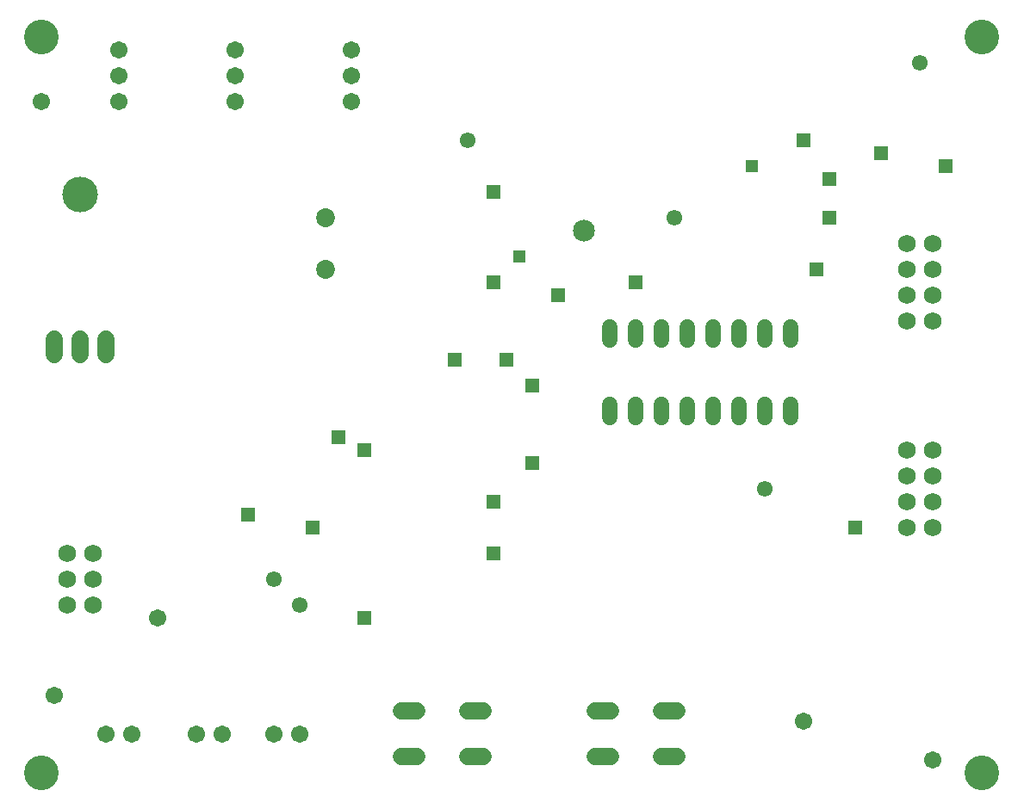
<source format=gbs>
G75*
G70*
%OFA0B0*%
%FSLAX24Y24*%
%IPPOS*%
%LPD*%
%AMOC8*
5,1,8,0,0,1.08239X$1,22.5*
%
%ADD10C,0.1340*%
%ADD11C,0.0674*%
%ADD12C,0.0730*%
%ADD13C,0.0682*%
%ADD14C,0.0680*%
%ADD15C,0.0600*%
%ADD16C,0.1380*%
%ADD17R,0.0555X0.0555*%
%ADD18C,0.0848*%
%ADD19C,0.0671*%
%ADD20C,0.0611*%
%ADD21R,0.0476X0.0476*%
D10*
X001760Y001760D03*
X001760Y030260D03*
X038160Y030260D03*
X038160Y001760D03*
D11*
X011760Y003260D03*
X010760Y003260D03*
X008760Y003260D03*
X007760Y003260D03*
X005260Y003260D03*
X004260Y003260D03*
X004760Y027760D03*
X004760Y028760D03*
X004760Y029760D03*
X009260Y029760D03*
X009260Y028760D03*
X009260Y027760D03*
X013760Y027760D03*
X013760Y028760D03*
X013760Y029760D03*
D12*
X012760Y023260D03*
X012760Y021260D03*
D13*
X003760Y010260D03*
X002760Y010260D03*
X002760Y009260D03*
X002760Y008260D03*
X003760Y008260D03*
X003760Y009260D03*
X035260Y011260D03*
X036260Y011260D03*
X036260Y012260D03*
X035260Y012260D03*
X035260Y013260D03*
X036260Y013260D03*
X036260Y014260D03*
X035260Y014260D03*
X035260Y019260D03*
X036260Y019260D03*
X036260Y020260D03*
X035260Y020260D03*
X035260Y021260D03*
X036260Y021260D03*
X036260Y022260D03*
X035260Y022260D03*
D14*
X026340Y004150D02*
X025740Y004150D01*
X025740Y002370D02*
X026340Y002370D01*
X023780Y002370D02*
X023180Y002370D01*
X023180Y004150D02*
X023780Y004150D01*
X018840Y004150D02*
X018240Y004150D01*
X018240Y002370D02*
X018840Y002370D01*
X016280Y002370D02*
X015680Y002370D01*
X015680Y004150D02*
X016280Y004150D01*
X004260Y017960D02*
X004260Y018560D01*
X003260Y018560D02*
X003260Y017960D01*
X002260Y017960D02*
X002260Y018560D01*
D15*
X023760Y018500D02*
X023760Y019020D01*
X024760Y019020D02*
X024760Y018500D01*
X025760Y018500D02*
X025760Y019020D01*
X026760Y019020D02*
X026760Y018500D01*
X027760Y018500D02*
X027760Y019020D01*
X028760Y019020D02*
X028760Y018500D01*
X029760Y018500D02*
X029760Y019020D01*
X030760Y019020D02*
X030760Y018500D01*
X030760Y016020D02*
X030760Y015500D01*
X029760Y015500D02*
X029760Y016020D01*
X028760Y016020D02*
X028760Y015500D01*
X027760Y015500D02*
X027760Y016020D01*
X026760Y016020D02*
X026760Y015500D01*
X025760Y015500D02*
X025760Y016020D01*
X024760Y016020D02*
X024760Y015500D01*
X023760Y015500D02*
X023760Y016020D01*
D16*
X003260Y024160D03*
D17*
X013260Y014760D03*
X014260Y014260D03*
X012260Y011260D03*
X009760Y011760D03*
X014260Y007760D03*
X019260Y010260D03*
X019260Y012260D03*
X020760Y013760D03*
X020760Y016760D03*
X019760Y017760D03*
X017760Y017760D03*
X019260Y020760D03*
X021760Y020260D03*
X024760Y020760D03*
X019260Y024260D03*
X031260Y026260D03*
X032260Y024760D03*
X032260Y023260D03*
X031760Y021260D03*
X036760Y025260D03*
X034260Y025760D03*
X033260Y011260D03*
D18*
X022760Y022760D03*
D19*
X006260Y007760D03*
X002260Y004760D03*
X001760Y027760D03*
X031260Y003760D03*
X036260Y002260D03*
D20*
X029760Y012760D03*
X026260Y023260D03*
X018260Y026260D03*
X035760Y029260D03*
X010760Y009260D03*
X011760Y008260D03*
D21*
X020260Y021760D03*
X029260Y025260D03*
M02*

</source>
